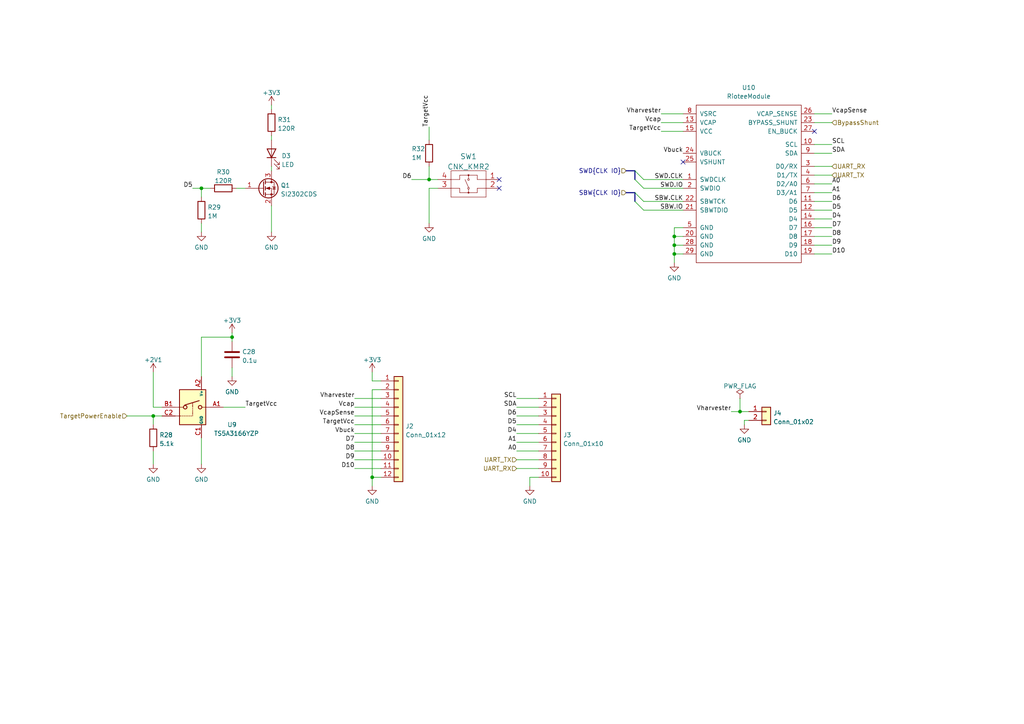
<source format=kicad_sch>
(kicad_sch (version 20211123) (generator eeschema)
  (paper "A4")
  (lib_symbols
    (symbol "Connector_Generic:Conn_01x02" (pin_names (offset 1.016) hide)
      (property "Reference" "J" (at 0 2.54 0))
      (property "Value" "Conn_01x02" (at 0 -5.08 0))
      (symbol "Conn_01x02_1_1"
        (rectangle (start -1.27 -2.413) (end 0 -2.667) (stroke (width 0.1524)))
        (rectangle (start -1.27 0.127) (end 0 -0.127) (stroke (width 0.1524)))
        (rectangle (start -1.27 1.27) (end 1.27 -3.81) (stroke (width 0.254)) (fill (type background)))
        (pin passive line (at -5.08 0 0) (length 3.81) (name "Pin_1") (number "1"))
        (pin passive line (at -5.08 -2.54 0) (length 3.81) (name "Pin_2") (number "2"))
      )
    )
    (symbol "Connector_Generic:Conn_01x10" (pin_names (offset 1.016) hide)
      (property "Reference" "J" (at 0 12.7 0))
      (property "Value" "Conn_01x10" (at 0 -15.24 0))
      (symbol "Conn_01x10_1_1"
        (rectangle (start -1.27 -12.573) (end 0 -12.827) (stroke (width 0.1524)))
        (rectangle (start -1.27 -10.033) (end 0 -10.287) (stroke (width 0.1524)))
        (rectangle (start -1.27 -7.493) (end 0 -7.747) (stroke (width 0.1524)))
        (rectangle (start -1.27 -4.953) (end 0 -5.207) (stroke (width 0.1524)))
        (rectangle (start -1.27 -2.413) (end 0 -2.667) (stroke (width 0.1524)))
        (rectangle (start -1.27 0.127) (end 0 -0.127) (stroke (width 0.1524)))
        (rectangle (start -1.27 2.667) (end 0 2.413) (stroke (width 0.1524)))
        (rectangle (start -1.27 5.207) (end 0 4.953) (stroke (width 0.1524)))
        (rectangle (start -1.27 7.747) (end 0 7.493) (stroke (width 0.1524)))
        (rectangle (start -1.27 10.287) (end 0 10.033) (stroke (width 0.1524)))
        (rectangle (start -1.27 11.43) (end 1.27 -13.97) (stroke (width 0.254)) (fill (type background)))
        (pin passive line (at -5.08 10.16 0) (length 3.81) (name "Pin_1") (number "1"))
        (pin passive line (at -5.08 -12.7 0) (length 3.81) (name "Pin_10") (number "10"))
        (pin passive line (at -5.08 7.62 0) (length 3.81) (name "Pin_2") (number "2"))
        (pin passive line (at -5.08 5.08 0) (length 3.81) (name "Pin_3") (number "3"))
        (pin passive line (at -5.08 2.54 0) (length 3.81) (name "Pin_4") (number "4"))
        (pin passive line (at -5.08 0 0) (length 3.81) (name "Pin_5") (number "5"))
        (pin passive line (at -5.08 -2.54 0) (length 3.81) (name "Pin_6") (number "6"))
        (pin passive line (at -5.08 -5.08 0) (length 3.81) (name "Pin_7") (number "7"))
        (pin passive line (at -5.08 -7.62 0) (length 3.81) (name "Pin_8") (number "8"))
        (pin passive line (at -5.08 -10.16 0) (length 3.81) (name "Pin_9") (number "9"))
      )
    )
    (symbol "Connector_Generic:Conn_01x12" (pin_names (offset 1.016) hide)
      (property "Reference" "J" (at 0 15.24 0))
      (property "Value" "Conn_01x12" (at 0 -17.78 0))
      (symbol "Conn_01x12_1_1"
        (rectangle (start -1.27 -15.113) (end 0 -15.367) (stroke (width 0.1524)))
        (rectangle (start -1.27 -12.573) (end 0 -12.827) (stroke (width 0.1524)))
        (rectangle (start -1.27 -10.033) (end 0 -10.287) (stroke (width 0.1524)))
        (rectangle (start -1.27 -7.493) (end 0 -7.747) (stroke (width 0.1524)))
        (rectangle (start -1.27 -4.953) (end 0 -5.207) (stroke (width 0.1524)))
        (rectangle (start -1.27 -2.413) (end 0 -2.667) (stroke (width 0.1524)))
        (rectangle (start -1.27 0.127) (end 0 -0.127) (stroke (width 0.1524)))
        (rectangle (start -1.27 2.667) (end 0 2.413) (stroke (width 0.1524)))
        (rectangle (start -1.27 5.207) (end 0 4.953) (stroke (width 0.1524)))
        (rectangle (start -1.27 7.747) (end 0 7.493) (stroke (width 0.1524)))
        (rectangle (start -1.27 10.287) (end 0 10.033) (stroke (width 0.1524)))
        (rectangle (start -1.27 12.827) (end 0 12.573) (stroke (width 0.1524)))
        (rectangle (start -1.27 13.97) (end 1.27 -16.51) (stroke (width 0.254)) (fill (type background)))
        (pin passive line (at -5.08 12.7 0) (length 3.81) (name "Pin_1") (number "1"))
        (pin passive line (at -5.08 -10.16 0) (length 3.81) (name "Pin_10") (number "10"))
        (pin passive line (at -5.08 -12.7 0) (length 3.81) (name "Pin_11") (number "11"))
        (pin passive line (at -5.08 -15.24 0) (length 3.81) (name "Pin_12") (number "12"))
        (pin passive line (at -5.08 10.16 0) (length 3.81) (name "Pin_2") (number "2"))
        (pin passive line (at -5.08 7.62 0) (length 3.81) (name "Pin_3") (number "3"))
        (pin passive line (at -5.08 5.08 0) (length 3.81) (name "Pin_4") (number "4"))
        (pin passive line (at -5.08 2.54 0) (length 3.81) (name "Pin_5") (number "5"))
        (pin passive line (at -5.08 0 0) (length 3.81) (name "Pin_6") (number "6"))
        (pin passive line (at -5.08 -2.54 0) (length 3.81) (name "Pin_7") (number "7"))
        (pin passive line (at -5.08 -5.08 0) (length 3.81) (name "Pin_8") (number "8"))
        (pin passive line (at -5.08 -7.62 0) (length 3.81) (name "Pin_9") (number "9"))
      )
    )
    (symbol "Device:C" (pin_numbers hide) (pin_names (offset 0.254))
      (property "Reference" "C" (at 0.635 2.54 0))
      (property "Value" "C" (at 0.635 -2.54 0))
      (symbol "C_0_1"
        (polyline (pts (xy -2.032 -0.762) (xy 2.032 -0.762)) (stroke (width 0.508)))
        (polyline (pts (xy -2.032 0.762) (xy 2.032 0.762)) (stroke (width 0.508)))
      )
      (symbol "C_1_1"
        (pin passive line (at 0 3.81 270) (length 2.794) (name "~") (number "1"))
        (pin passive line (at 0 -3.81 90) (length 2.794) (name "~") (number "2"))
      )
    )
    (symbol "Device:LED" (pin_numbers hide) (pin_names (offset 1.016) hide)
      (property "Reference" "D" (at 0 2.54 0))
      (property "Value" "LED" (at 0 -2.54 0))
      (symbol "LED_0_1"
        (polyline (pts (xy -1.27 -1.27) (xy -1.27 1.27)) (stroke (width 0.254)))
        (polyline (pts (xy -1.27 0) (xy 1.27 0)))
        (polyline (pts (xy 1.27 -1.27) (xy 1.27 1.27) (xy -1.27 0) (xy 1.27 -1.27)) (stroke (width 0.254)))
        (polyline (pts (xy -3.048 -0.762) (xy -4.572 -2.286) (xy -3.81 -2.286) (xy -4.572 -2.286) (xy -4.572 -1.524)))
        (polyline (pts (xy -1.778 -0.762) (xy -3.302 -2.286) (xy -2.54 -2.286) (xy -3.302 -2.286) (xy -3.302 -1.524)))
      )
      (symbol "LED_1_1"
        (pin passive line (at -3.81 0 0) (length 2.54) (name "K") (number "1"))
        (pin passive line (at 3.81 0 180) (length 2.54) (name "A") (number "2"))
      )
    )
    (symbol "Device:R" (pin_numbers hide) (pin_names (offset 0))
      (property "Reference" "R" (at 2.032 0 90))
      (property "Value" "R" (at 0 0 90))
      (symbol "R_0_1"
        (rectangle (start -1.016 -2.54) (end 1.016 2.54) (stroke (width 0.254)))
      )
      (symbol "R_1_1"
        (pin passive line (at 0 3.81 270) (length 1.27) (name "~") (number "1"))
        (pin passive line (at 0 -3.81 90) (length 1.27) (name "~") (number "2"))
      )
    )
    (symbol "power:+3V3" (power) (pin_names (offset 0))
      (property "Value" "+3V3" (at 0 3.556 0))
      (symbol "+3V3_0_1"
        (polyline (pts (xy -0.762 1.27) (xy 0 2.54)))
        (polyline (pts (xy 0 0) (xy 0 2.54)))
        (polyline (pts (xy 0 2.54) (xy 0.762 1.27)))
      )
      (symbol "+3V3_1_1"
        (pin power_in line (at 0 0 90) (length 0) hide (name "+3V3") (number "1"))
      )
    )
    (symbol "power:GND" (power) (pin_names (offset 0))
      (property "Value" "GND" (at 0 -3.81 0))
      (symbol "GND_0_1"
        (polyline (pts (xy 0 0) (xy 0 -1.27) (xy 1.27 -1.27) (xy 0 -2.54) (xy -1.27 -1.27) (xy 0 -1.27)))
      )
      (symbol "GND_1_1"
        (pin power_in line (at 0 0 270) (length 0) hide (name "GND") (number "1"))
      )
    )
    (symbol "power:PWR_FLAG" (power) (pin_numbers hide) (pin_names (offset 0) hide)
      (property "Value" "PWR_FLAG" (at 0 3.81 0))
      (symbol "PWR_FLAG_0_0"
        (pin power_out line (at 0 0 90) (length 0) (name "pwr") (number "1"))
      )
      (symbol "PWR_FLAG_0_1"
        (polyline (pts (xy 0 0) (xy 0 1.27) (xy -1.016 1.905) (xy 0 2.54) (xy 1.016 1.905) (xy 0 1.27)))
      )
    )
    (symbol "riotee:+2V1" (power) (pin_names (offset 0))
      (property "Value" "+2V1" (at 0 3.556 0))
      (symbol "+2V1_0_1"
        (polyline (pts (xy -0.762 1.27) (xy 0 2.54)))
        (polyline (pts (xy 0 0) (xy 0 2.54)))
        (polyline (pts (xy 0 2.54) (xy 0.762 1.27)))
      )
      (symbol "+2V1_1_1"
        (pin power_in line (at 0 0 90) (length 0) hide (name "+2V1") (number "1"))
      )
    )
    (symbol "riotee:CNK_KMR2" (pin_names (offset 0.254) hide)
      (property "Reference" "SW" (at 0 11.43 0))
      (property "Value" "CNK_KMR2" (at 0 8.89 0))
      (symbol "CNK_KMR2_1_1"
        (arc (start 0 -2.667) (mid 0 -2.413) (end 0 -2.667) (stroke (width 0.254)))
        (circle (center 0 -2.54) (radius 0.127) (stroke (width 0.254)))
        (arc (start 0 -1.524) (mid 0 -1.016) (end 0 -1.524) (stroke (width 0.127)))
        (circle (center 0 -1.27) (radius 0.254) (stroke (width 0.127)))
        (polyline (pts (xy -5.08 -3.81) (xy 5.08 -3.81)) (stroke (width 0.127)))
        (polyline (pts (xy -5.08 1.27) (xy -2.54 1.27)) (stroke (width 0.127)))
        (polyline (pts (xy -5.08 3.81) (xy -5.08 -3.81)) (stroke (width 0.127)))
        (polyline (pts (xy -2.54 -2.54) (xy -2.54 -1.27)) (stroke (width 0.127)))
        (polyline (pts (xy -2.54 -1.27) (xy -5.08 -1.27)) (stroke (width 0.127)))
        (polyline (pts (xy -2.54 1.27) (xy -2.54 2.54)) (stroke (width 0.127)))
        (polyline (pts (xy -2.54 2.54) (xy 2.54 2.54)) (stroke (width 0.127)))
        (polyline (pts (xy 0 -1.524) (xy 0 -2.54)) (stroke (width 0.127)))
        (polyline (pts (xy 0 2.54) (xy 0 1.524)) (stroke (width 0.127)))
        (polyline (pts (xy 1.016 1.27) (xy 0 -1.016)) (stroke (width 0.127)))
        (polyline (pts (xy 2.54 -2.54) (xy -2.54 -2.54)) (stroke (width 0.127)))
        (polyline (pts (xy 2.54 -1.27) (xy 2.54 -2.54)) (stroke (width 0.127)))
        (polyline (pts (xy 2.54 1.27) (xy 5.08 1.27)) (stroke (width 0.127)))
        (polyline (pts (xy 2.54 2.54) (xy 2.54 1.27)) (stroke (width 0.127)))
        (polyline (pts (xy 5.08 -3.81) (xy 5.08 3.81)) (stroke (width 0.127)))
        (polyline (pts (xy 5.08 -1.27) (xy 2.54 -1.27)) (stroke (width 0.127)))
        (polyline (pts (xy 5.08 3.81) (xy -5.08 3.81)) (stroke (width 0.127)))
        (arc (start 0 1.016) (mid 0 1.524) (end 0 1.016) (stroke (width 0.127)))
        (circle (center 0 1.27) (radius 0.254) (stroke (width 0.127)))
        (arc (start 0 2.413) (mid 0 2.667) (end 0 2.413) (stroke (width 0.254)))
        (circle (center 0 2.54) (radius 0.127) (stroke (width 0.254)))
        (pin passive line (at -8.89 1.27 0) (length 3.81) (name "1") (number "1"))
        (pin passive line (at -8.89 -1.27 0) (length 3.81) (name "2") (number "2"))
        (pin passive line (at 8.89 -1.27 180) (length 3.81) (name "3") (number "3"))
        (pin passive line (at 8.89 1.27 180) (length 3.81) (name "4") (number "4"))
      )
    )
    (symbol "riotee:RioteeModule" (pin_names (offset 1.016))
      (property "Reference" "U" (at 0 -24.13 0))
      (property "Value" "RioteeModule" (at 0 -25.4 0))
      (symbol "RioteeModule_0_1"
        (polyline (pts (xy -15.24 22.86) (xy 15.24 22.86) (xy 15.24 -22.86) (xy -15.24 -22.86) (xy -15.24 22.86)))
      )
      (symbol "RioteeModule_1_1"
        (pin input line (at -19.05 1.27 0) (length 3.81) (name "SWDCLK") (number "1"))
        (pin output line (at 19.05 11.43 180) (length 3.81) (name "SCL") (number "10"))
        (pin bidirectional line (at 19.05 -5.08 180) (length 3.81) (name "D6") (number "11"))
        (pin bidirectional line (at 19.05 -7.62 180) (length 3.81) (name "D5") (number "12"))
        (pin passive line (at -19.05 17.78 0) (length 3.81) (name "VCAP") (number "13"))
        (pin bidirectional line (at 19.05 -10.16 180) (length 3.81) (name "D4") (number "14"))
        (pin power_out line (at -19.05 15.24 0) (length 3.81) (name "VCC") (number "15"))
        (pin bidirectional line (at 19.05 -12.7 180) (length 3.81) (name "D7") (number "16"))
        (pin bidirectional line (at 19.05 -15.24 180) (length 3.81) (name "D8") (number "17"))
        (pin bidirectional line (at 19.05 -17.78 180) (length 3.81) (name "D9") (number "18"))
        (pin bidirectional line (at 19.05 -20.32 180) (length 3.81) (name "D10") (number "19"))
        (pin bidirectional line (at -19.05 -1.27 0) (length 3.81) (name "SWDIO") (number "2"))
        (pin power_in line (at -19.05 -15.24 0) (length 3.81) (name "GND") (number "20"))
        (pin bidirectional line (at -19.05 -7.62 0) (length 3.81) (name "SBWTDIO") (number "21"))
        (pin input line (at -19.05 -5.08 0) (length 3.81) (name "SBWTCK") (number "22"))
        (pin input line (at 19.05 17.78 180) (length 3.81) (name "BYPASS_SHUNT") (number "23"))
        (pin passive line (at -19.05 8.89 0) (length 3.81) (name "VBUCK") (number "24"))
        (pin passive line (at -19.05 6.35 0) (length 3.81) (name "VSHUNT") (number "25"))
        (pin output line (at 19.05 20.32 180) (length 3.81) (name "VCAP_SENSE") (number "26"))
        (pin input line (at 19.05 15.24 180) (length 3.81) (name "EN_BUCK") (number "27"))
        (pin power_in line (at -19.05 -17.78 0) (length 3.81) (name "GND") (number "28"))
        (pin power_in line (at -19.05 -20.32 0) (length 3.81) (name "GND") (number "29"))
        (pin bidirectional line (at 19.05 5.08 180) (length 3.81) (name "D0/RX") (number "3"))
        (pin bidirectional line (at 19.05 2.54 180) (length 3.81) (name "D1/TX") (number "4"))
        (pin power_in line (at -19.05 -12.7 0) (length 3.81) (name "GND") (number "5"))
        (pin bidirectional line (at 19.05 0 180) (length 3.81) (name "D2/A0") (number "6"))
        (pin bidirectional line (at 19.05 -2.54 180) (length 3.81) (name "D3/A1") (number "7"))
        (pin power_in line (at -19.05 20.32 0) (length 3.81) (name "VSRC") (number "8"))
        (pin bidirectional line (at 19.05 8.89 180) (length 3.81) (name "SDA") (number "9"))
      )
    )
    (symbol "riotee:SI2302CDS" (pin_names (offset 0) hide)
      (property "Reference" "Q" (at 5.08 1.27 0))
      (property "Value" "SI2302CDS" (at 5.08 -1.27 0))
      (symbol "SI2302CDS_0_1"
        (polyline (pts (xy 0.254 0) (xy -2.54 0)))
        (polyline (pts (xy 0.254 1.905) (xy 0.254 -1.905)) (stroke (width 0.254)))
        (polyline (pts (xy 0.762 -1.27) (xy 0.762 -2.286)) (stroke (width 0.254)))
        (polyline (pts (xy 0.762 0.508) (xy 0.762 -0.508)) (stroke (width 0.254)))
        (polyline (pts (xy 0.762 2.286) (xy 0.762 1.27)) (stroke (width 0.254)))
        (polyline (pts (xy 2.54 2.54) (xy 2.54 1.778)))
        (polyline (pts (xy 2.54 -2.54) (xy 2.54 0) (xy 0.762 0)))
        (polyline (pts (xy 0.762 -1.778) (xy 3.302 -1.778) (xy 3.302 1.778) (xy 0.762 1.778)))
        (polyline (pts (xy 1.016 0) (xy 2.032 0.381) (xy 2.032 -0.381) (xy 1.016 0)) (fill (type outline)))
        (polyline (pts (xy 2.794 0.508) (xy 2.921 0.381) (xy 3.683 0.381) (xy 3.81 0.254)))
        (polyline (pts (xy 3.302 0.381) (xy 2.921 -0.254) (xy 3.683 -0.254) (xy 3.302 0.381)))
        (circle (center 1.651 0) (radius 2.794) (stroke (width 0.254)))
        (circle (center 2.54 -1.778) (radius 0.254) (fill (type outline)))
        (circle (center 2.54 1.778) (radius 0.254) (fill (type outline)))
      )
      (symbol "SI2302CDS_1_1"
        (pin input line (at -5.08 0 0) (length 2.54) (name "G") (number "1"))
        (pin passive line (at 2.54 -5.08 90) (length 2.54) (name "S") (number "2"))
        (pin passive line (at 2.54 5.08 270) (length 2.54) (name "D") (number "3"))
      )
    )
    (symbol "riotee:TS5A3166YZP" (pin_names (offset 0.127))
      (property "Reference" "U" (at -3.81 6.35 0))
      (property "Value" "TS5A3166YZP" (at -5.08 -20.32 0))
      (symbol "TS5A3166YZP_0_1"
        (polyline (pts (xy -5.08 -2.54) (xy -3.302 -2.54)))
        (polyline (pts (xy -3.048 -2.54) (xy -2.794 -2.54)))
        (polyline (pts (xy -2.54 -2.54) (xy -2.286 -2.54)))
        (polyline (pts (xy -2.032 -2.54) (xy -1.778 -2.54)))
        (polyline (pts (xy -1.524 -2.54) (xy -1.27 -2.54)))
        (polyline (pts (xy -1.016 -2.54) (xy -0.762 -2.54)))
        (polyline (pts (xy -0.508 -2.54) (xy -0.254 -2.54)))
        (polyline (pts (xy 0 -2.032) (xy 0 -1.778)))
        (polyline (pts (xy 0 -1.524) (xy 0 -1.27)))
      )
      (symbol "TS5A3166YZP_1_1"
        (rectangle (start -3.81 5.08) (end 3.81 -5.08) (stroke (width 0.254)) (fill (type background)))
        (circle (center -2.159 0) (radius 0.508) (stroke (width 0.254)))
        (polyline (pts (xy -5.08 0) (xy -2.794 0)))
        (polyline (pts (xy -2.286 0.635) (xy 1.905 1.905)) (stroke (width 0.254)))
        (polyline (pts (xy 0 -2.54) (xy 0 -2.286)))
        (polyline (pts (xy 0 -2.032) (xy 0 -1.778)))
        (polyline (pts (xy 0 -1.524) (xy 0 -1.27)))
        (polyline (pts (xy 0 -1.016) (xy 0 -0.762)))
        (polyline (pts (xy 0 -0.508) (xy 0 -0.254)))
        (polyline (pts (xy 0 0) (xy 0 0.508)))
        (polyline (pts (xy 0 0.254) (xy 0 1.27)))
        (polyline (pts (xy 5.08 0) (xy 2.794 0)))
        (circle (center 2.159 0) (radius 0.508) (stroke (width 0.254)))
        (pin passive line (at 8.89 0 180) (length 3.81) (name "~") (number "A1"))
        (pin power_in line (at 2.54 8.89 270) (length 3.81) (name "V+") (number "A2"))
        (pin passive line (at -8.89 0 0) (length 3.81) (name "~") (number "B1"))
        (pin power_in line (at 2.54 -8.89 90) (length 3.81) (name "GND") (number "C1"))
        (pin input line (at -8.89 -2.54 0) (length 3.81) (name "~") (number "C2"))
      )
    )
  )
  (junction (at 214.63 119.38))
  (junction (at 44.45 120.65))
  (junction (at 195.58 68.58))
  (junction (at 195.58 73.66))
  (junction (at 107.95 138.43))
  (junction (at 195.58 71.12))
  (junction (at 124.46 52.07))
  (junction (at 58.42 54.61))
  (junction (at 67.31 97.79))
  (no_connect (at 236.22 38.1))
  (no_connect (at 144.78 52.07))
  (no_connect (at 144.78 54.61))
  (no_connect (at 198.12 46.99))
  (bus_entry (at 184.15 58.42) (size 2.54 2.54))
  (bus_entry (at 184.15 49.53) (size 2.54 2.54))
  (bus_entry (at 184.15 52.07) (size 2.54 2.54))
  (bus_entry (at 184.15 55.88) (size 2.54 2.54))
  (wire (pts (xy 236.22 50.8) (xy 241.3 50.8)))
  (wire (pts (xy 124.46 52.07) (xy 127 52.07)))
  (wire (pts (xy 214.63 115.57) (xy 214.63 119.38)))
  (wire (pts (xy 44.45 134.62) (xy 44.45 130.81)))
  (wire (pts (xy 124.46 54.61) (xy 127 54.61)))
  (wire (pts (xy 212.09 119.38) (xy 214.63 119.38)))
  (wire (pts (xy 236.22 48.26) (xy 241.3 48.26)))
  (wire (pts (xy 78.74 39.37) (xy 78.74 40.64)))
  (wire (pts (xy 124.46 36.83) (xy 124.46 40.64)))
  (wire (pts (xy 119.38 52.07) (xy 124.46 52.07)))
  (wire (pts (xy 107.95 110.49) (xy 110.49 110.49)))
  (wire (pts (xy 58.42 57.15) (xy 58.42 54.61)))
  (wire (pts (xy 195.58 68.58) (xy 195.58 66.04)))
  (wire (pts (xy 149.86 128.27) (xy 156.21 128.27)))
  (wire (pts (xy 110.49 113.03) (xy 107.95 113.03)))
  (wire (pts (xy 78.74 48.26) (xy 78.74 49.53)))
  (wire (pts (xy 78.74 30.48) (xy 78.74 31.75)))
  (wire (pts (xy 102.87 125.73) (xy 110.49 125.73)))
  (wire (pts (xy 149.86 133.35) (xy 156.21 133.35)))
  (wire (pts (xy 236.22 63.5) (xy 241.3 63.5)))
  (wire (pts (xy 186.69 60.96) (xy 198.12 60.96)))
  (wire (pts (xy 186.69 54.61) (xy 198.12 54.61)))
  (wire (pts (xy 102.87 130.81) (xy 110.49 130.81)))
  (wire (pts (xy 149.86 135.89) (xy 156.21 135.89)))
  (wire (pts (xy 236.22 44.45) (xy 241.3 44.45)))
  (wire (pts (xy 78.74 59.69) (xy 78.74 67.31)))
  (wire (pts (xy 102.87 118.11) (xy 110.49 118.11)))
  (bus (pts (xy 181.61 49.53) (xy 184.15 49.53)))
  (wire (pts (xy 107.95 107.95) (xy 107.95 110.49)))
  (wire (pts (xy 186.69 58.42) (xy 198.12 58.42)))
  (wire (pts (xy 149.86 120.65) (xy 156.21 120.65)))
  (wire (pts (xy 236.22 71.12) (xy 241.3 71.12)))
  (bus (pts (xy 184.15 55.88) (xy 184.15 58.42)))
  (wire (pts (xy 55.88 54.61) (xy 58.42 54.61)))
  (wire (pts (xy 44.45 123.19) (xy 44.45 120.65)))
  (wire (pts (xy 58.42 67.31) (xy 58.42 64.77)))
  (wire (pts (xy 153.67 138.43) (xy 153.67 140.97)))
  (wire (pts (xy 236.22 58.42) (xy 241.3 58.42)))
  (wire (pts (xy 214.63 119.38) (xy 217.17 119.38)))
  (wire (pts (xy 102.87 115.57) (xy 110.49 115.57)))
  (wire (pts (xy 68.58 54.61) (xy 71.12 54.61)))
  (wire (pts (xy 102.87 135.89) (xy 110.49 135.89)))
  (wire (pts (xy 67.31 96.52) (xy 67.31 97.79)))
  (wire (pts (xy 236.22 73.66) (xy 241.3 73.66)))
  (wire (pts (xy 107.95 138.43) (xy 110.49 138.43)))
  (wire (pts (xy 58.42 97.79) (xy 67.31 97.79)))
  (wire (pts (xy 102.87 128.27) (xy 110.49 128.27)))
  (wire (pts (xy 195.58 71.12) (xy 198.12 71.12)))
  (wire (pts (xy 191.77 35.56) (xy 198.12 35.56)))
  (wire (pts (xy 215.9 123.19) (xy 215.9 121.92)))
  (wire (pts (xy 195.58 73.66) (xy 198.12 73.66)))
  (wire (pts (xy 102.87 123.19) (xy 110.49 123.19)))
  (wire (pts (xy 149.86 125.73) (xy 156.21 125.73)))
  (bus (pts (xy 184.15 49.53) (xy 184.15 52.07)))
  (wire (pts (xy 44.45 120.65) (xy 46.99 120.65)))
  (bus (pts (xy 181.61 55.88) (xy 184.15 55.88)))
  (wire (pts (xy 107.95 113.03) (xy 107.95 138.43)))
  (wire (pts (xy 67.31 97.79) (xy 67.31 99.06)))
  (wire (pts (xy 149.86 118.11) (xy 156.21 118.11)))
  (wire (pts (xy 58.42 127) (xy 58.42 134.62)))
  (wire (pts (xy 195.58 76.2) (xy 195.58 73.66)))
  (wire (pts (xy 195.58 68.58) (xy 198.12 68.58)))
  (wire (pts (xy 44.45 107.95) (xy 44.45 118.11)))
  (wire (pts (xy 107.95 138.43) (xy 107.95 140.97)))
  (wire (pts (xy 236.22 60.96) (xy 241.3 60.96)))
  (wire (pts (xy 236.22 66.04) (xy 241.3 66.04)))
  (wire (pts (xy 149.86 130.81) (xy 156.21 130.81)))
  (wire (pts (xy 215.9 121.92) (xy 217.17 121.92)))
  (wire (pts (xy 191.77 38.1) (xy 198.12 38.1)))
  (wire (pts (xy 102.87 133.35) (xy 110.49 133.35)))
  (wire (pts (xy 44.45 118.11) (xy 46.99 118.11)))
  (wire (pts (xy 102.87 120.65) (xy 110.49 120.65)))
  (wire (pts (xy 236.22 33.02) (xy 241.3 33.02)))
  (wire (pts (xy 58.42 109.22) (xy 58.42 97.79)))
  (wire (pts (xy 149.86 115.57) (xy 156.21 115.57)))
  (wire (pts (xy 186.69 52.07) (xy 198.12 52.07)))
  (wire (pts (xy 191.77 33.02) (xy 198.12 33.02)))
  (wire (pts (xy 58.42 54.61) (xy 60.96 54.61)))
  (wire (pts (xy 236.22 35.56) (xy 241.3 35.56)))
  (wire (pts (xy 64.77 118.11) (xy 71.12 118.11)))
  (wire (pts (xy 67.31 106.68) (xy 67.31 109.22)))
  (wire (pts (xy 124.46 64.77) (xy 124.46 54.61)))
  (wire (pts (xy 149.86 123.19) (xy 156.21 123.19)))
  (wire (pts (xy 236.22 53.34) (xy 241.3 53.34)))
  (wire (pts (xy 236.22 41.91) (xy 241.3 41.91)))
  (wire (pts (xy 36.83 120.65) (xy 44.45 120.65)))
  (wire (pts (xy 195.58 66.04) (xy 198.12 66.04)))
  (wire (pts (xy 195.58 71.12) (xy 195.58 68.58)))
  (wire (pts (xy 124.46 48.26) (xy 124.46 52.07)))
  (wire (pts (xy 195.58 73.66) (xy 195.58 71.12)))
  (wire (pts (xy 153.67 138.43) (xy 156.21 138.43)))
  (wire (pts (xy 236.22 68.58) (xy 241.3 68.58)))
  (wire (pts (xy 236.22 55.88) (xy 241.3 55.88)))
  (label "D5" (at 55.88 54.61 180))
  (label "Vharvester" (at 191.77 33.02 180))
  (label "D10" (at 241.3 73.66 0))
  (label "A0" (at 149.86 130.81 180))
  (label "Vbuck" (at 102.87 125.73 180))
  (label "Vcap" (at 191.77 35.56 180))
  (label "D6" (at 119.38 52.07 180))
  (label "SDA" (at 149.86 118.11 180))
  (label "SCL" (at 241.3 41.91 0))
  (label "D7" (at 241.3 66.04 0))
  (label "A1" (at 149.86 128.27 180))
  (label "TargetVcc" (at 191.77 38.1 180))
  (label "D10" (at 102.87 135.89 180))
  (label "Vbuck" (at 198.12 44.45 180))
  (label "D9" (at 102.87 133.35 180))
  (label "D6" (at 149.86 120.65 180))
  (label "TargetVcc" (at 102.87 123.19 180))
  (label "Vcap" (at 102.87 118.11 180))
  (label "SDA" (at 241.3 44.45 0))
  (label "A0" (at 241.3 53.34 0))
  (label "D4" (at 241.3 63.5 0))
  (label "D6" (at 241.3 58.42 0))
  (label "VcapSense" (at 241.3 33.02 0))
  (label "SBW.IO" (at 198.12 60.96 180))
  (label "D5" (at 241.3 60.96 0))
  (label "D5" (at 149.86 123.19 180))
  (label "SWD.CLK" (at 198.12 52.07 180))
  (label "A1" (at 241.3 55.88 0))
  (label "D9" (at 241.3 71.12 0))
  (label "VcapSense" (at 102.87 120.65 180))
  (label "TargetVcc" (at 124.46 36.83 90))
  (label "Vharvester" (at 102.87 115.57 180))
  (label "SWD.IO" (at 198.12 54.61 180))
  (label "SBW.CLK" (at 198.12 58.42 180))
  (label "SCL" (at 149.86 115.57 180))
  (label "D8" (at 102.87 130.81 180))
  (label "D8" (at 241.3 68.58 0))
  (label "TargetVcc" (at 71.12 118.11 0))
  (label "Vharvester" (at 212.09 119.38 180))
  (label "D7" (at 102.87 128.27 180))
  (label "D4" (at 149.86 125.73 180))
  (hierarchical_label "BypassShunt" (shape input) (at 241.3 35.56 0))
  (hierarchical_label "UART_TX" (shape input) (at 241.3 50.8 0))
  (hierarchical_label "SBW{CLK IO}" (shape input) (at 181.61 55.88 180))
  (hierarchical_label "TargetPowerEnable" (shape input) (at 36.83 120.65 180))
  (hierarchical_label "UART_RX" (shape input) (at 241.3 48.26 0))
  (hierarchical_label "UART_TX" (shape input) (at 149.86 133.35 180))
  (hierarchical_label "UART_RX" (shape input) (at 149.86 135.89 180))
  (hierarchical_label "SWD{CLK IO}" (shape input) (at 181.61 49.53 180))
  (symbol (lib_id "power:+3V3") (at 107.95 107.95 0) (unit 1)
    (property "Reference" "#PWR058" (effects hide))
    (property "Value" "+3V3" (at 107.95 104.3742 0))
  )
  (symbol (lib_id "power:PWR_FLAG") (at 214.63 115.57 0) (unit 1)
    (property "Reference" "#FLG05" (effects hide))
    (property "Value" "PWR_FLAG" (at 214.63 111.9942 0))
  )
  (symbol (lib_id "Device:R") (at 78.74 35.56 0) (unit 1)
    (property "Reference" "R31" (at 80.518 34.7253 0) (effects (justify left)))
    (property "Value" "120R" (at 80.518 37.2622 0) (effects (justify left)))
    (property "Footprint" "Resistor_SMD:R_0402_1005Metric" (effects hide))
    (property "MPN" "CR0402-FX-1200GLF" (effects hide))
    (property "Description" "Res, 0402, 1%" (effects hide))
  )
  (symbol (lib_id "power:GND") (at 78.74 67.31 0) (unit 1)
    (property "Reference" "#PWR057" (effects hide))
    (property "Value" "GND" (at 78.74 71.7534 0))
  )
  (symbol (lib_id "Device:R") (at 124.46 44.45 0) (unit 1)
    (property "Reference" "R32" (at 119.38 43.1831 0) (effects (justify left)))
    (property "Value" "1M" (at 119.38 45.72 0) (effects (justify left)))
    (property "Footprint" "Resistor_SMD:R_0402_1005Metric" (effects hide))
    (property "MPN" "WR04X1004FTL" (effects hide))
    (property "Description" "Res, 0402, 1%" (effects hide))
  )
  (symbol (lib_id "power:GND") (at 58.42 134.62 0) (unit 1)
    (property "Reference" "#PWR053" (effects hide))
    (property "Value" "GND" (at 58.42 139.0634 0))
  )
  (symbol (lib_id "power:GND") (at 215.9 123.19 0) (unit 1)
    (property "Reference" "#PWR064" (effects hide))
    (property "Value" "GND" (at 215.9 127.6334 0))
  )
  (symbol (lib_id "Device:R") (at 44.45 127 180) (unit 1)
    (property "Reference" "R28" (at 46.228 126.1653 0) (effects (justify right)))
    (property "Value" "5.1k" (at 46.228 128.7022 0) (effects (justify right)))
    (property "Footprint" "Resistor_SMD:R_0402_1005Metric" (effects hide))
    (property "MPN" "CR0402-FX-5101GLF" (effects hide))
    (property "Description" "Res, 0402, 1%" (effects hide))
  )
  (symbol (lib_id "Device:C") (at 67.31 102.87 0) (unit 1)
    (property "Reference" "C28" (at 70.231 102.0353 0) (effects (justify left)))
    (property "Value" "0.1u" (at 70.231 104.5722 0) (effects (justify left)))
    (property "Footprint" "Capacitor_SMD:C_0402_1005Metric" (effects hide))
    (property "MPN" "CL05A104KA5NNNC" (effects hide))
    (property "Description" "Cap, 0402, X5R, 10V" (effects hide))
  )
  (symbol (lib_id "Connector_Generic:Conn_01x10") (at 161.29 125.73 0) (unit 1)
    (property "Reference" "J3" (at 163.322 126.1653 0) (effects (justify left)))
    (property "Value" "Conn_01x10" (at 163.322 128.7022 0) (effects (justify left)))
    (property "Footprint" "riotee:PinSocket_1x10_P2.54mm_Vertical" (effects hide))
    (property "MPN" "PPPC101LFBN-RC" (effects hide))
  )
  (symbol (lib_id "riotee:TS5A3166YZP") (at 55.88 118.11 0) (unit 1)
    (property "Reference" "U9" (at 67.31 123.19 0))
    (property "Value" "TS5A3166YZP" (at 68.58 125.73 0))
    (property "Footprint" "riotee:TI_YZP0005" (effects hide))
    (property "Datasheet" " http://www.ti.com/lit/ds/symlink/ts5a3166.pdf" (effects hide))
    (property "MPN" "TS5A3166YZP" (effects hide))
    (property "Description" "1-Ohm SPST switch" (effects hide))
  )
  (symbol (lib_id "riotee:CNK_KMR2") (at 135.89 53.34 0) (mirror y) (unit 1)
    (property "Reference" "SW1" (at 135.89 45.3824 0) (effects (font (size 1.524 1.524))))
    (property "Value" "CNK_KMR2" (at 135.89 48.3758 0) (effects (font (size 1.524 1.524))))
    (property "Footprint" "riotee:CNK_KMR2_SW" (effects hide))
    (property "MPN" "KMR221NG LFS" (effects hide))
    (property "Description" "Tactile SPST" (effects hide))
  )
  (symbol (lib_id "riotee:+2V1") (at 44.45 107.95 0) (unit 1)
    (property "Reference" "#PWR0106" (effects hide))
    (property "Value" "+2V1" (at 44.45 104.3742 0))
  )
  (symbol (lib_id "Connector_Generic:Conn_01x02") (at 222.25 119.38 0) (unit 1)
    (property "Reference" "J4" (at 224.282 119.8153 0) (effects (justify left)))
    (property "Value" "Conn_01x02" (at 224.282 122.3522 0) (effects (justify left)))
    (property "Footprint" "riotee:JST_S2B-PH-SM4-TB(LF)(SN)" (effects hide))
    (property "MPN" "620102131822" (effects hide))
  )
  (symbol (lib_id "power:GND") (at 153.67 140.97 0) (unit 1)
    (property "Reference" "#PWR062" (effects hide))
    (property "Value" "GND" (at 153.67 145.4134 0))
  )
  (symbol (lib_id "power:GND") (at 58.42 67.31 0) (unit 1)
    (property "Reference" "#PWR052" (effects hide))
    (property "Value" "GND" (at 58.42 71.7534 0))
  )
  (symbol (lib_id "power:GND") (at 44.45 134.62 0) (unit 1)
    (property "Reference" "#PWR051" (effects hide))
    (property "Value" "GND" (at 44.45 139.0634 0))
  )
  (symbol (lib_id "power:GND") (at 124.46 64.77 0) (unit 1)
    (property "Reference" "#PWR060" (effects hide))
    (property "Value" "GND" (at 124.46 69.2134 0))
  )
  (symbol (lib_id "power:GND") (at 107.95 140.97 0) (unit 1)
    (property "Reference" "#PWR059" (effects hide))
    (property "Value" "GND" (at 107.95 145.4134 0))
  )
  (symbol (lib_id "Device:LED") (at 78.74 44.45 90) (unit 1)
    (property "Reference" "D3" (at 81.661 45.2028 90) (effects (justify right)))
    (property "Value" "LED" (at 81.661 47.7397 90) (effects (justify right)))
    (property "Footprint" "LED_SMD:LED_0402_1005Metric" (effects hide))
    (property "MPN" "QBLP595-AG1" (effects hide))
    (property "Description" "LED, 0402, green, clear" (effects hide))
  )
  (symbol (lib_id "power:GND") (at 195.58 76.2 0) (unit 1)
    (property "Reference" "#PWR063" (effects hide))
    (property "Value" "GND" (at 195.58 80.6434 0))
  )
  (symbol (lib_id "Connector_Generic:Conn_01x12") (at 115.57 123.19 0) (unit 1)
    (property "Reference" "J2" (at 117.602 123.6253 0) (effects (justify left)))
    (property "Value" "Conn_01x12" (at 117.602 126.1622 0) (effects (justify left)))
    (property "Footprint" "riotee:PinSocket_1x12_P2.54mm_Vertical" (effects hide))
    (property "MPN" "PPPC121LFBN-RC" (effects hide))
  )
  (symbol (lib_id "power:GND") (at 67.31 109.22 0) (unit 1)
    (property "Reference" "#PWR055" (effects hide))
    (property "Value" "GND" (at 67.31 113.6634 0))
  )
  (symbol (lib_id "Device:R") (at 58.42 60.96 0) (unit 1)
    (property "Reference" "R29" (at 60.198 60.1253 0) (effects (justify left)))
    (property "Value" "1M" (at 60.198 62.6622 0) (effects (justify left)))
    (property "Footprint" "Resistor_SMD:R_0402_1005Metric" (effects hide))
    (property "MPN" "WR04X1004FTL" (effects hide))
    (property "Description" "Res, 0402, 1%" (effects hide))
  )
  (symbol (lib_id "power:+3V3") (at 78.74 30.48 0) (unit 1)
    (property "Reference" "#PWR056" (effects hide))
    (property "Value" "+3V3" (at 78.74 26.9042 0))
  )
  (symbol (lib_id "riotee:RioteeModule") (at 217.17 53.34 0) (unit 1)
    (property "Reference" "U10" (at 217.17 25.4031 0))
    (property "Value" "RioteeModule" (at 217.17 27.94 0))
    (property "Footprint" "riotee:NC_RioteeModule" (effects hide))
  )
  (symbol (lib_id "Device:R") (at 64.77 54.61 90) (unit 1)
    (property "Reference" "R30" (at 64.77 49.8942 90))
    (property "Value" "120R" (at 64.77 52.4311 90))
    (property "Footprint" "Resistor_SMD:R_0402_1005Metric" (effects hide))
    (property "MPN" "CR0402-FX-1200GLF" (effects hide))
    (property "Description" "Res, 0402, 1%" (effects hide))
  )
  (symbol (lib_id "riotee:SI2302CDS") (at 76.2 54.61 0) (unit 1)
    (property "Reference" "Q1" (at 81.407 53.7753 0) (effects (justify left)))
    (property "Value" "SI2302CDS" (at 81.407 56.3122 0) (effects (justify left)))
    (property "Footprint" "riotee:VSH_SOT-23-3" (effects hide))
    (property "Datasheet" "https://www.mouser.de/datasheet/2/427/si2302cds-1764899.pdf" (effects hide))
    (property "MPN" "SI2302CDS-T1-GE3" (effects hide))
    (property "Description" "MOSFET, N-Channel, Vth=0.6V" (effects hide))
  )
  (symbol (lib_id "power:+3V3") (at 67.31 96.52 0) (unit 1)
    (property "Reference" "#PWR054" (effects hide))
    (property "Value" "+3V3" (at 67.31 92.9442 0))
  )
)
</source>
